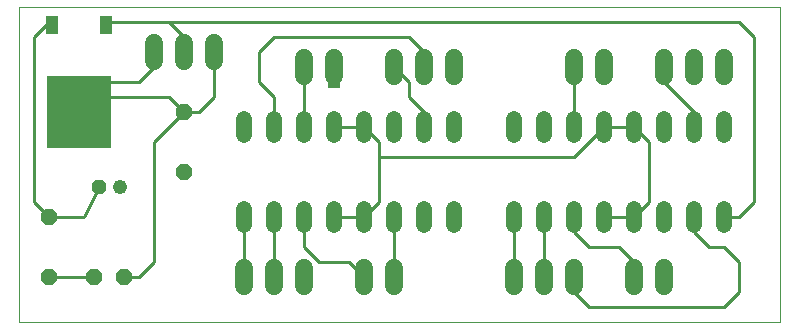
<source format=gtl>
G75*
G70*
%OFA0B0*%
%FSLAX24Y24*%
%IPPOS*%
%LPD*%
%AMOC8*
5,1,8,0,0,1.08239X$1,22.5*
%
%ADD10C,0.0000*%
%ADD11C,0.0520*%
%ADD12C,0.0600*%
%ADD13R,0.2126X0.2441*%
%ADD14R,0.0394X0.0630*%
%ADD15OC8,0.0520*%
%ADD16OC8,0.0480*%
%ADD17C,0.0480*%
%ADD18C,0.0100*%
%ADD19R,0.0396X0.0396*%
D10*
X000315Y000103D02*
X000315Y010600D01*
X025685Y010600D01*
X025685Y000103D01*
X000315Y000103D01*
D11*
X007815Y003343D02*
X007815Y003863D01*
X008815Y003863D02*
X008815Y003343D01*
X009815Y003343D02*
X009815Y003863D01*
X010815Y003863D02*
X010815Y003343D01*
X011815Y003343D02*
X011815Y003863D01*
X012815Y003863D02*
X012815Y003343D01*
X013815Y003343D02*
X013815Y003863D01*
X014815Y003863D02*
X014815Y003343D01*
X016815Y003343D02*
X016815Y003863D01*
X017815Y003863D02*
X017815Y003343D01*
X018815Y003343D02*
X018815Y003863D01*
X019815Y003863D02*
X019815Y003343D01*
X020815Y003343D02*
X020815Y003863D01*
X021815Y003863D02*
X021815Y003343D01*
X022815Y003343D02*
X022815Y003863D01*
X023815Y003863D02*
X023815Y003343D01*
X023815Y006343D02*
X023815Y006863D01*
X022815Y006863D02*
X022815Y006343D01*
X021815Y006343D02*
X021815Y006863D01*
X020815Y006863D02*
X020815Y006343D01*
X019815Y006343D02*
X019815Y006863D01*
X018815Y006863D02*
X018815Y006343D01*
X017815Y006343D02*
X017815Y006863D01*
X016815Y006863D02*
X016815Y006343D01*
X014815Y006343D02*
X014815Y006863D01*
X013815Y006863D02*
X013815Y006343D01*
X012815Y006343D02*
X012815Y006863D01*
X011815Y006863D02*
X011815Y006343D01*
X010815Y006343D02*
X010815Y006863D01*
X009815Y006863D02*
X009815Y006343D01*
X008815Y006343D02*
X008815Y006863D01*
X007815Y006863D02*
X007815Y006343D01*
D12*
X009815Y008303D02*
X009815Y008903D01*
X010815Y008903D02*
X010815Y008303D01*
X012815Y008303D02*
X012815Y008903D01*
X013815Y008903D02*
X013815Y008303D01*
X014815Y008303D02*
X014815Y008903D01*
X018815Y008903D02*
X018815Y008303D01*
X019815Y008303D02*
X019815Y008903D01*
X021815Y008903D02*
X021815Y008303D01*
X022815Y008303D02*
X022815Y008903D01*
X023815Y008903D02*
X023815Y008303D01*
X021815Y001903D02*
X021815Y001303D01*
X020815Y001303D02*
X020815Y001903D01*
X018815Y001903D02*
X018815Y001303D01*
X017815Y001303D02*
X017815Y001903D01*
X016815Y001903D02*
X016815Y001303D01*
X012815Y001303D02*
X012815Y001903D01*
X011815Y001903D02*
X011815Y001303D01*
X009815Y001303D02*
X009815Y001903D01*
X008815Y001903D02*
X008815Y001303D01*
X007815Y001303D02*
X007815Y001903D01*
X006815Y008803D02*
X006815Y009403D01*
X005815Y009403D02*
X005815Y008803D01*
X004815Y008803D02*
X004815Y009403D01*
D13*
X002315Y007119D03*
D14*
X003212Y009993D03*
X001417Y009993D03*
D15*
X005815Y007103D03*
X005815Y005103D03*
X001315Y003603D03*
X001315Y001603D03*
X002815Y001603D03*
X003815Y001603D03*
D16*
X002965Y004603D03*
D17*
X003665Y004603D03*
D18*
X002965Y004603D02*
X002465Y003603D01*
X001315Y003603D01*
X000815Y004103D01*
X000815Y009603D01*
X001315Y010103D01*
X001417Y009993D01*
X003212Y009993D02*
X003323Y010103D01*
X005315Y010103D01*
X005815Y009603D01*
X005815Y009103D01*
X006815Y009103D02*
X006815Y007603D01*
X006315Y007103D01*
X005815Y007103D01*
X004815Y006103D01*
X004815Y002103D01*
X004315Y001603D01*
X003815Y001603D01*
X002815Y001603D02*
X001315Y001603D01*
X007815Y001603D02*
X007815Y003603D01*
X008815Y003603D02*
X008815Y001603D01*
X009815Y002603D02*
X010315Y002103D01*
X011315Y002103D01*
X011815Y001603D01*
X012815Y001603D02*
X012815Y003603D01*
X012315Y004103D02*
X011815Y003603D01*
X010815Y003603D01*
X009815Y003603D02*
X009815Y002603D01*
X012315Y004103D02*
X012315Y005603D01*
X012315Y006103D01*
X011815Y006603D01*
X010815Y006603D01*
X009815Y006603D02*
X009815Y008603D01*
X008815Y007603D02*
X008315Y008103D01*
X008315Y009103D01*
X008815Y009603D01*
X013315Y009603D01*
X013815Y009103D01*
X013815Y008603D01*
X013315Y008103D02*
X012815Y008603D01*
X013315Y008103D02*
X013315Y007603D01*
X013815Y007103D01*
X013815Y006603D01*
X012315Y005603D02*
X018815Y005603D01*
X019815Y006603D01*
X020815Y006603D01*
X021315Y006103D01*
X021315Y004103D01*
X020815Y003603D01*
X019815Y003603D01*
X018815Y003603D02*
X018815Y003103D01*
X019315Y002603D01*
X020315Y002603D01*
X020815Y002103D01*
X020815Y001603D01*
X019315Y000603D02*
X018815Y001103D01*
X018815Y001603D01*
X017815Y001603D02*
X017815Y003603D01*
X016815Y003603D02*
X016815Y001603D01*
X019315Y000603D02*
X023815Y000603D01*
X024315Y001103D01*
X024315Y002103D01*
X023815Y002603D01*
X023315Y002603D01*
X022815Y003103D01*
X022815Y003603D01*
X023815Y003603D02*
X024315Y003603D01*
X024815Y004103D01*
X024815Y009603D01*
X024315Y010103D01*
X005315Y010103D01*
X004815Y009103D02*
X004815Y008603D01*
X004315Y008103D01*
X003299Y008103D01*
X002315Y007119D01*
X003315Y007603D01*
X005315Y007603D01*
X005815Y007103D01*
X008815Y006603D02*
X008815Y007603D01*
X018815Y006603D02*
X018815Y008603D01*
X021815Y008603D02*
X021815Y008103D01*
X022815Y007103D01*
X022815Y006603D01*
D19*
X010815Y008103D03*
M02*

</source>
